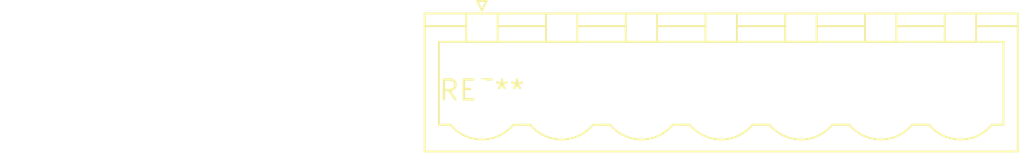
<source format=kicad_pcb>
(kicad_pcb (version 20240108) (generator pcbnew)
  (layers (0 "F.Cu" signal) (31 "B.Cu" signal) (34 "B.Paste" user) (35 "F.Paste" user) (36 "B.SilkS" user "B.Silkscreen") (37 "F.SilkS" user "F.Silkscreen") (38 "B.Mask" user) (39 "F.Mask" user) (44 "Edge.Cuts" user))
  (net 0 "")
  (footprint "PhoenixContact_MSTBVA_2,5_7-G-5,08_1x07_P5.08mm_Vertical" (layer "F.Cu") (at 0 0)
    (property "Reference" "REF**")
    (property "Value" "PhoenixContact_MSTBVA_2,5_7-G-5,08_1x07_P5.08mm_Vertical")
    (fp_line (start -3.65 -4.91) (end -3.65 3.91) (layer "F.SilkS") (stroke (width 0.12)))
    (fp_line (start -3.65 -4.1) (end -1.11 -4.1) (layer "F.SilkS") (stroke (width 0.12)))
    (fp_line (start -3.65 3.91) (end 34.13 3.91) (layer "F.SilkS") (stroke (width 0.12)))
    (fp_line (start -2.74 -3.1) (end 33.22 -3.1) (layer "F.SilkS") (stroke (width 0.12)))
    (fp_line (start -2.74 2.2) (end -2.74 -3.1) (layer "F.SilkS") (stroke (width 0.12)))
    (fp_line (start -2 2.2) (end -2.74 2.2) (layer "F.SilkS") (stroke (width 0.12)))
    (fp_line (start -1 -4.91) (end 1 -4.91) (layer "F.SilkS") (stroke (width 0.12)))
    (fp_line (start -1 -3.1) (end -1 -4.91) (layer "F.SilkS") (stroke (width 0.12)))
    (fp_line (start -0.3 -5.71) (end 0.3 -5.71) (layer "F.SilkS") (stroke (width 0.12)))
    (fp_line (start 0 -5.11) (end -0.3 -5.71) (layer "F.SilkS") (stroke (width 0.12)))
    (fp_line (start 0.3 -5.71) (end 0 -5.11) (layer "F.SilkS") (stroke (width 0.12)))
    (fp_line (start 1 -4.91) (end 1 -3.1) (layer "F.SilkS") (stroke (width 0.12)))
    (fp_line (start 1 -4.1) (end 4.08 -4.1) (layer "F.SilkS") (stroke (width 0.12)))
    (fp_line (start 1 -3.1) (end -1 -3.1) (layer "F.SilkS") (stroke (width 0.12)))
    (fp_line (start 2 2.2) (end 3.08 2.2) (layer "F.SilkS") (stroke (width 0.12)))
    (fp_line (start 4.08 -4.91) (end 6.08 -4.91) (layer "F.SilkS") (stroke (width 0.12)))
    (fp_line (start 4.08 -3.1) (end 4.08 -4.91) (layer "F.SilkS") (stroke (width 0.12)))
    (fp_line (start 6.08 -4.91) (end 6.08 -3.1) (layer "F.SilkS") (stroke (width 0.12)))
    (fp_line (start 6.08 -4.1) (end 9.16 -4.1) (layer "F.SilkS") (stroke (width 0.12)))
    (fp_line (start 6.08 -3.1) (end 4.08 -3.1) (layer "F.SilkS") (stroke (width 0.12)))
    (fp_line (start 7.08 2.2) (end 8.16 2.2) (layer "F.SilkS") (stroke (width 0.12)))
    (fp_line (start 9.16 -4.91) (end 11.16 -4.91) (layer "F.SilkS") (stroke (width 0.12)))
    (fp_line (start 9.16 -3.1) (end 9.16 -4.91) (layer "F.SilkS") (stroke (width 0.12)))
    (fp_line (start 11.16 -4.91) (end 11.16 -3.1) (layer "F.SilkS") (stroke (width 0.12)))
    (fp_line (start 11.16 -4.1) (end 14.24 -4.1) (layer "F.SilkS") (stroke (width 0.12)))
    (fp_line (start 11.16 -3.1) (end 9.16 -3.1) (layer "F.SilkS") (stroke (width 0.12)))
    (fp_line (start 12.16 2.2) (end 13.24 2.2) (layer "F.SilkS") (stroke (width 0.12)))
    (fp_line (start 14.24 -4.91) (end 16.24 -4.91) (layer "F.SilkS") (stroke (width 0.12)))
    (fp_line (start 14.24 -3.1) (end 14.24 -4.91) (layer "F.SilkS") (stroke (width 0.12)))
    (fp_line (start 16.24 -4.91) (end 16.24 -3.1) (layer "F.SilkS") (stroke (width 0.12)))
    (fp_line (start 16.24 -4.1) (end 19.32 -4.1) (layer "F.SilkS") (stroke (width 0.12)))
    (fp_line (start 16.24 -3.1) (end 14.24 -3.1) (layer "F.SilkS") (stroke (width 0.12)))
    (fp_line (start 17.24 2.2) (end 18.32 2.2) (layer "F.SilkS") (stroke (width 0.12)))
    (fp_line (start 19.32 -4.91) (end 21.32 -4.91) (layer "F.SilkS") (stroke (width 0.12)))
    (fp_line (start 19.32 -3.1) (end 19.32 -4.91) (layer "F.SilkS") (stroke (width 0.12)))
    (fp_line (start 21.32 -4.91) (end 21.32 -3.1) (layer "F.SilkS") (stroke (width 0.12)))
    (fp_line (start 21.32 -4.1) (end 24.4 -4.1) (layer "F.SilkS") (stroke (width 0.12)))
    (fp_line (start 21.32 -3.1) (end 19.32 -3.1) (layer "F.SilkS") (stroke (width 0.12)))
    (fp_line (start 22.32 2.2) (end 23.4 2.2) (layer "F.SilkS") (stroke (width 0.12)))
    (fp_line (start 24.4 -4.91) (end 26.4 -4.91) (layer "F.SilkS") (stroke (width 0.12)))
    (fp_line (start 24.4 -3.1) (end 24.4 -4.91) (layer "F.SilkS") (stroke (width 0.12)))
    (fp_line (start 26.4 -4.91) (end 26.4 -3.1) (layer "F.SilkS") (stroke (width 0.12)))
    (fp_line (start 26.4 -4.1) (end 29.48 -4.1) (layer "F.SilkS") (stroke (width 0.12)))
    (fp_line (start 26.4 -3.1) (end 24.4 -3.1) (layer "F.SilkS") (stroke (width 0.12)))
    (fp_line (start 27.4 2.2) (end 28.48 2.2) (layer "F.SilkS") (stroke (width 0.12)))
    (fp_line (start 29.48 -4.91) (end 31.48 -4.91) (layer "F.SilkS") (stroke (width 0.12)))
    (fp_line (start 29.48 -3.1) (end 29.48 -4.91) (layer "F.SilkS") (stroke (width 0.12)))
    (fp_line (start 31.48 -4.91) (end 31.48 -3.1) (layer "F.SilkS") (stroke (width 0.12)))
    (fp_line (start 31.48 -3.1) (end 29.48 -3.1) (layer "F.SilkS") (stroke (width 0.12)))
    (fp_line (start 33.22 -3.1) (end 33.22 2.2) (layer "F.SilkS") (stroke (width 0.12)))
    (fp_line (start 33.22 2.2) (end 32.48 2.2) (layer "F.SilkS") (stroke (width 0.12)))
    (fp_line (start 34.13 -4.91) (end -3.65 -4.91) (layer "F.SilkS") (stroke (width 0.12)))
    (fp_line (start 34.13 -4.1) (end 31.59 -4.1) (layer "F.SilkS") (stroke (width 0.12)))
    (fp_line (start 34.13 3.91) (end 34.13 -4.91) (layer "F.SilkS") (stroke (width 0.12)))
    (fp_arc (start 1.986842 2.215821) (mid -0.010289 3.142758) (end -2 2.2) (layer "F.SilkS") (stroke (width 0.12)))
    (fp_arc (start 7.066842 2.215821) (mid 5.069711 3.142758) (end 3.08 2.2) (layer "F.SilkS") (stroke (width 0.12)))
    (fp_arc (start 12.146842 2.215821) (mid 10.149711 3.142758) (end 8.16 2.2) (layer "F.SilkS") (stroke (width 0.12)))
    (fp_arc (start 17.226842 2.215821) (mid 15.229711 3.142758) (end 13.24 2.2) (layer "F.SilkS") (stroke (width 0.12)))
    (fp_arc (start 22.306842 2.215821) (mid 20.309711 3.142758) (end 18.32 2.2) (layer "F.SilkS") (stroke (width 0.12)))
    (fp_arc (start 27.386842 2.215821) (mid 25.389711 3.142758) (end 23.4 2.2) (layer "F.SilkS") (stroke (width 0.12)))
    (fp_arc (start 32.466842 2.215821) (mid 30.469711 3.142758) (end 28.48 2.2) (layer "F.SilkS") (stroke (width 0.12)))
    (pad "1" thru_hole roundrect (at 0 0) (size 2.08 3.6) (drill 1.4) (layers *.Cu *.Mask) (remove_unused_layers) (roundrect_rratio 0.120192))
    (pad "2" thru_hole oval (at 5.08 0) (size 2.08 3.6) (drill 1.4) (layers *.Cu *.Mask) (remove_unused_layers))
    (pad "3" thru_hole oval (at 10.16 0) (size 2.08 3.6) (drill 1.4) (layers *.Cu *.Mask) (remove_unused_layers))
    (pad "4" thru_hole oval (at 15.24 0) (size 2.08 3.6) (drill 1.4) (layers *.Cu *.Mask) (remove_unused_layers))
    (pad "5" thru_hole oval (at 20.32 0) (size 2.08 3.6) (drill 1.4) (layers *.Cu *.Mask) (remove_unused_layers))
    (pad "6" thru_hole oval (at 25.4 0) (size 2.08 3.6) (drill 1.4) (layers *.Cu *.Mask) (remove_unused_layers))
    (pad "7" thru_hole oval (at 30.48 0) (size 2.08 3.6) (drill 1.4) (layers *.Cu *.Mask) (remove_unused_layers))
  )
)
</source>
